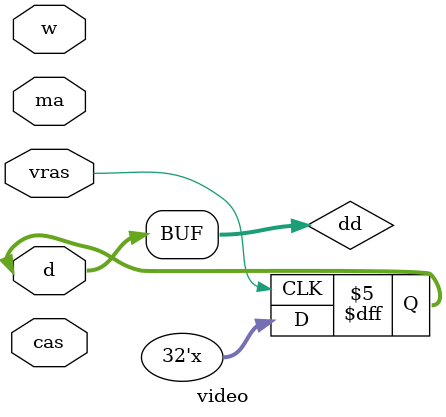
<source format=v>
module video(d,vras,cas,ma,w);	inout	 [31: 0]d;	reg		 [31: 0]dd;	assign		d = dd;		input			vras, cas, w;		input	 [ 9: 0]ma;		reg		 [19: 0]addr;		reg		 [31: 0]file;		always @(negedge vras) begin		addr[19:10] = ma;	end	always @(posedge vras)		dd = 32'bz;			always @(negedge cas) 	begin		addr[9:0] = ma;		if (w) begin			$display("%h %h", addr, d);		end	end	//	initial begin//		file = $fopen("sim.out");//	endendmodule
</source>
